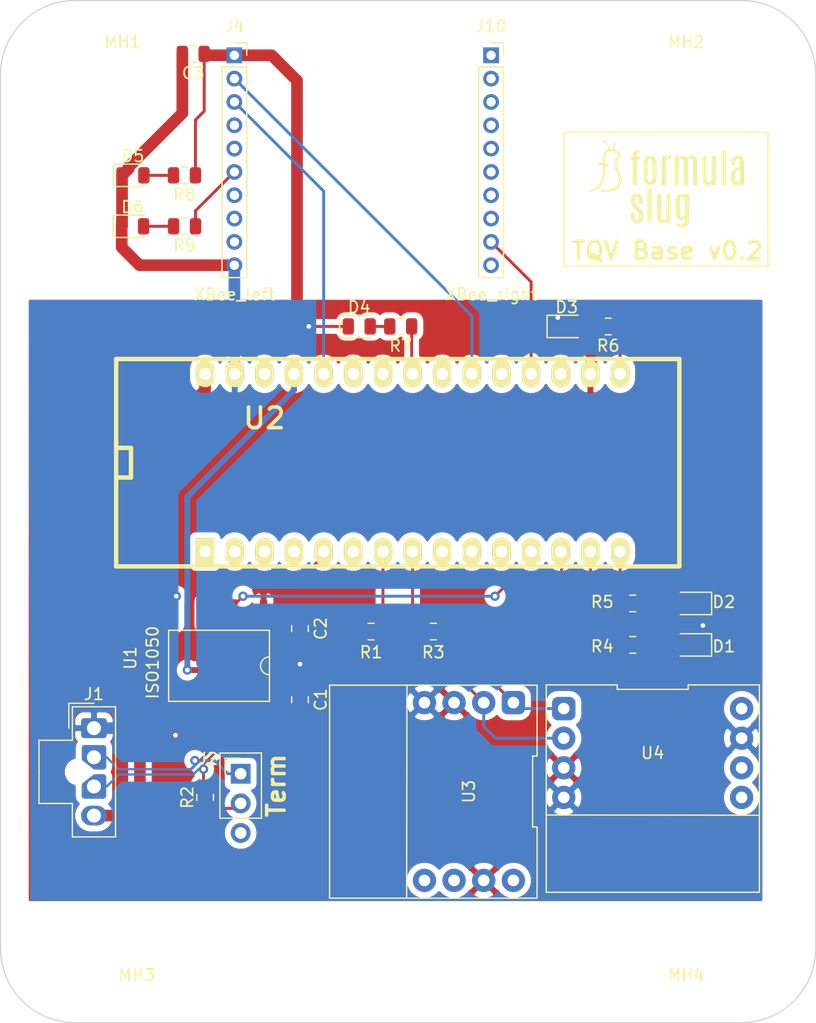
<source format=kicad_pcb>
(kicad_pcb (version 20171130) (host pcbnew "(5.1.2-1)-1")
  (layers (0 F.Cu signal) (31 B.Cu signal) (34 B.Paste user) (35 F.Paste user) (36 B.SilkS user) (37 F.SilkS user) (38 B.Mask user) (39 F.Mask user) (44 Edge.Cuts user))
  (net 0 "")
  (net 1 GND)
  (net 2 +3V3)
  (net 3 "Net-(D1-Pad2)")
  (net 4 "Net-(D2-Pad2)")
  (net 5 "Net-(D3-Pad2)")
  (net 6 "Net-(D4-Pad2)")
  (net 7 "Net-(J4-Pad4)")
  (net 8 "Net-(J4-Pad3)")
  (net 9 "Net-(R4-Pad1)")
  (net 10 "Net-(R5-Pad1)")
  (net 11 "Net-(R6-Pad1)")
  (net 12 "Net-(R7-Pad1)")
  (net 13 "Net-(U1-Pad2)")
  (net 14 "Net-(U1-Pad3)")
  (net 15 "Net-(D5-Pad2)")
  (net 16 "Net-(D6-Pad2)")
  (net 17 "Net-(J4-Pad2)")
  (net 18 "Net-(J10-Pad2)")
  (net 19 "Net-(J10-Pad4)")
  (net 20 "Net-(J10-Pad6)")
  (net 21 "Net-(J10-Pad8)")
  (net 22 "Net-(J10-Pad10)")
  (net 23 "Net-(J10-Pad1)")
  (net 24 "Net-(J10-Pad3)")
  (net 25 "Net-(J10-Pad5)")
  (net 26 "Net-(J10-Pad7)")
  (net 27 "Net-(J10-Pad9)")
  (net 28 "Net-(J4-Pad6)")
  (net 29 "Net-(J4-Pad5)")
  (net 30 "Net-(J4-Pad7)")
  (net 31 "Net-(J4-Pad9)")
  (net 32 "Net-(J4-Pad8)")
  (net 33 "Net-(C1-Pad1)")
  (net 34 "Net-(J2-Pad2)")
  (net 35 "Net-(U2-Pad20)")
  (net 36 "Net-(J2-Pad3)")
  (net 37 /CAN_N)
  (net 38 /CAN_P)
  (net 39 "Net-(J1-Pad4)")
  (net 40 "Net-(R1-Pad1)")
  (net 41 "Net-(R3-Pad1)")
  (module FSFootprints:Molex_Nano-Fit_1x04_P2.50mm_Vertical_Custom_Pads (layer F.Cu) (at 74.803 138.8364)
    (fp_text reference J1 (at 0 -2.92) (layer F.SilkS))
    (fp_text value CAN)
    (pad 2 thru_hole custom (at 0 2.5) (size 1.6 1.6) (drill 1.2) (layers *.Cu *.Mask) (net 37 /CAN_N) (options (clearance outline) (anchor circle)) (primitives (gr_poly (pts (xy -0.8 -0.8) (xy 0.8 -0.8) (xy 0.8 0.8) (xy 0.1 0.8) (xy -0.8 0.1)) (width 0.5))))
    (pad "" np_thru_hole circle (at -1.34 3.75) (size 1.3 1.3) (drill 1.3) (layers *.Cu *.Mask))
    (pad 4 thru_hole oval (at 0 7.5) (size 2.2 1.7) (drill 1.2) (layers *.Cu *.Mask) (net 39 "Net-(J1-Pad4)"))
    (pad 3 thru_hole custom (at 0 5 180) (size 1.6 1.6) (drill 1.2) (layers *.Cu *.Mask) (net 38 /CAN_P) (options (clearance outline) (anchor circle)) (primitives (gr_poly (pts (xy 0.8 -0.8) (xy -0.8 -0.8) (xy -0.8 0.8) (xy -0.1 0.8) (xy 0.8 0.1)) (width 0.5))))
    (pad 1 thru_hole roundrect (at 0 0) (size 2.2 1.7) (drill 1.2) (layers *.Cu *.Mask) (roundrect_rratio 0.147059) (net 1 GND))
  )
  (module Capacitor_SMD:C_0805_2012Metric (layer F.Cu) (at 83.312 81.026 180)
    (fp_text reference C3 (at 0 -1.65) (layer F.SilkS))
    (fp_text value 10uF)
    (pad 2 smd roundrect (at 0.9375 0 180) (size 0.975 1.4) (layers F.Cu F.Paste F.Mask) (net 1 GND))
    (pad 1 smd roundrect (at -0.9375 0 180) (size 0.975 1.4) (layers F.Cu F.Paste F.Mask) (net 2 +3V3))
  )
  (module Connector_PinHeader_2.54mm:PinHeader_1x03_P2.54mm_Vertical (layer F.Cu) (at 87.376 142.748)
    (fp_text reference J2 (at -2.794 -1.27) (layer F.SilkS))
    (fp_text value Conn_01x03_Male)
    (pad 1 thru_hole rect (at 0 0) (size 1.7 1.7) (drill 1) (layers *.Cu *.Mask) (net 37 /CAN_N))
    (pad 2 thru_hole oval (at 0 2.54) (size 1.7 1.7) (drill 1) (layers *.Cu *.Mask) (net 34 "Net-(J2-Pad2)"))
    (pad 3 thru_hole oval (at 0 5.08) (size 1.7 1.7) (drill 1) (layers *.Cu *.Mask) (net 36 "Net-(J2-Pad3)"))
  )
  (module Package_SO:SOP-8_6.62x9.15mm_P2.54mm (layer F.Cu) (at 85.523739 133.493029 270)
    (fp_text reference U1 (at -0.667058 7.598478 270) (layer F.SilkS))
    (fp_text value ISO1050 (at -0.286058 5.693478 90) (layer F.SilkS))
    (pad 8 smd roundrect (at 4.525 -3.81 270) (size 2.35 0.65) (layers F.Cu F.Paste F.Mask) (net 33 "Net-(C1-Pad1)"))
    (pad 7 smd roundrect (at 4.525 -1.27 270) (size 2.35 0.65) (layers F.Cu F.Paste F.Mask) (net 38 /CAN_P))
    (pad 6 smd roundrect (at 4.525 1.27 270) (size 2.35 0.65) (layers F.Cu F.Paste F.Mask) (net 37 /CAN_N))
    (pad 5 smd roundrect (at 4.525 3.81 270) (size 2.35 0.65) (layers F.Cu F.Paste F.Mask) (net 1 GND))
    (pad 4 smd roundrect (at -4.525 3.81 270) (size 2.35 0.65) (layers F.Cu F.Paste F.Mask) (net 1 GND))
    (pad 3 smd roundrect (at -4.525 1.27 270) (size 2.35 0.65) (layers F.Cu F.Paste F.Mask) (net 14 "Net-(U1-Pad3)"))
    (pad 2 smd roundrect (at -4.525 -1.27 270) (size 2.35 0.65) (layers F.Cu F.Paste F.Mask) (net 13 "Net-(U1-Pad2)"))
    (pad 1 smd roundrect (at -4.525 -3.81 270) (size 2.35 0.65) (layers F.Cu F.Paste F.Mask) (net 2 +3V3))
  )
  (module FSFootprints:Sparkfun_MPU-9250 (layer F.Cu) (at 122.682 140.97 270)
    (fp_text reference U4 (at 0 0 180) (layer F.SilkS))
    (fp_text value SparkFun_MPU9250)
    (pad 4 thru_hole circle (at 3.81 7.62 270) (size 2 2) (drill 1) (layers *.Cu *.Mask) (net 1 GND))
    (pad 5 thru_hole circle (at 3.81 -7.62 270) (size 2 2) (drill 1) (layers *.Cu *.Mask))
    (pad 3 thru_hole circle (at 1.27 7.62 270) (size 2 2) (drill 1) (layers *.Cu *.Mask) (net 2 +3V3))
    (pad 6 thru_hole circle (at 1.27 -7.62 270) (size 2 2) (drill 1) (layers *.Cu *.Mask))
    (pad 2 thru_hole circle (at -1.27 7.62 270) (size 2 2) (drill 1) (layers *.Cu *.Mask) (net 40 "Net-(R1-Pad1)"))
    (pad 7 thru_hole circle (at -1.27 -7.62 270) (size 2 2) (drill 1) (layers *.Cu *.Mask) (net 1 GND))
    (pad 1 thru_hole roundrect (at -3.81 7.62 270) (size 2 2) (drill 1) (layers *.Cu *.Mask) (net 41 "Net-(R3-Pad1)"))
    (pad 8 thru_hole circle (at -3.81 -7.62 270) (size 2 2) (drill 1) (layers *.Cu *.Mask))
  )
  (module FSFootprints:Sparkfun_MPU-9250 (layer F.Cu) (at 106.934 144.272 180)
    (fp_text reference U3 (at 0 0 270) (layer F.SilkS))
    (fp_text value SparkFun_MPU9250)
    (pad 4 thru_hole circle (at 3.81 7.62 180) (size 2 2) (drill 1) (layers *.Cu *.Mask) (net 1 GND))
    (pad 5 thru_hole circle (at 3.81 -7.62 180) (size 2 2) (drill 1) (layers *.Cu *.Mask))
    (pad 3 thru_hole circle (at 1.27 7.62 180) (size 2 2) (drill 1) (layers *.Cu *.Mask) (net 2 +3V3))
    (pad 6 thru_hole circle (at 1.27 -7.62 180) (size 2 2) (drill 1) (layers *.Cu *.Mask))
    (pad 2 thru_hole circle (at -1.27 7.62 180) (size 2 2) (drill 1) (layers *.Cu *.Mask) (net 40 "Net-(R1-Pad1)"))
    (pad 7 thru_hole circle (at -1.27 -7.62 180) (size 2 2) (drill 1) (layers *.Cu *.Mask) (net 2 +3V3))
    (pad 1 thru_hole roundrect (at -3.81 7.62 180) (size 2 2) (drill 1) (layers *.Cu *.Mask) (net 41 "Net-(R3-Pad1)"))
    (pad 8 thru_hole circle (at -3.81 -7.62 180) (size 2 2) (drill 1) (layers *.Cu *.Mask))
  )
  (module MountingHole:MountingHole_3.2mm_M3 (layer F.Cu) (at 73.152 82.804 90)
    (fp_text reference MH1 (at 2.794 4.085095 180) (layer F.SilkS))
    (fp_text value MH1)
    (pad 1 np_thru_hole circle (at 0 0 90) (size 3.2 3.2) (drill 3.2) (layers *.Cu *.Mask))
  )
  (module MountingHole:MountingHole_3.2mm_M3 (layer F.Cu) (at 130.302 82.804 90)
    (fp_text reference MH2 (at 2.794 -4.754905 180) (layer F.SilkS))
    (fp_text value MH2)
    (pad 1 np_thru_hole circle (at 0 0 90) (size 3.2 3.2) (drill 3.2) (layers *.Cu *.Mask))
  )
  (module MountingHole:MountingHole_3.2mm_M3 (layer F.Cu) (at 73.152 157.734 90)
    (fp_text reference MH3 (at -2.286 5.334 180) (layer F.SilkS))
    (fp_text value MH3)
    (pad 1 np_thru_hole circle (at 0 0 90) (size 3.2 3.2) (drill 3.2) (layers *.Cu *.Mask))
  )
  (module MountingHole:MountingHole_3.2mm_M3 (layer F.Cu) (at 130.302 157.734 90)
    (fp_text reference MH4 (at -2.286 -4.754905 180) (layer F.SilkS))
    (fp_text value MH4)
    (pad 1 np_thru_hole circle (at 0 0 90) (size 3.2 3.2) (drill 3.2) (layers *.Cu *.Mask))
  )
  (module FSFootprints:FS_Logo (layer F.Cu) (at 122.936 92.202)
    (fp_text reference G*** hide)
    (fp_text value LOGO hide)
  )
  (module FSFootprints:arduino_mini (layer F.Cu) (at 103.378 116.078)
    (fp_text reference U2 (at -13.97 -3.81) (layer F.SilkS) (effects (font (size 1.778 1.778) (thickness 0.3048))))
    (fp_text value stm_nucleo_F303K8_fstqv)
    (pad 30 thru_hole oval (at -19.05 -7.62) (size 1.5748 2.286) (drill 1) (layers *.Cu *.Mask F.SilkS) (net 39 "Net-(J1-Pad4)"))
    (pad 29 thru_hole oval (at -16.51 -7.62) (size 1.5748 2.286) (drill 1) (layers *.Cu *.Mask F.SilkS) (net 1 GND))
    (pad 28 thru_hole oval (at -13.97 -7.62) (size 1.5748 2.286) (drill 1) (layers *.Cu *.Mask F.SilkS))
    (pad 27 thru_hole oval (at -11.43 -7.62) (size 1.5748 2.286) (drill 1) (layers *.Cu *.Mask F.SilkS) (net 33 "Net-(C1-Pad1)"))
    (pad 26 thru_hole oval (at -8.89 -7.62) (size 1.5748 2.286) (drill 1) (layers *.Cu *.Mask F.SilkS) (net 8 "Net-(J4-Pad3)"))
    (pad 25 thru_hole oval (at -6.35 -7.62) (size 1.5748 2.286) (drill 1) (layers *.Cu *.Mask F.SilkS))
    (pad 24 thru_hole oval (at -3.81 -7.62) (size 1.5748 2.286) (drill 1) (layers *.Cu *.Mask F.SilkS))
    (pad 23 thru_hole oval (at -1.27 -7.62) (size 1.5748 2.286) (drill 1) (layers *.Cu *.Mask F.SilkS) (net 12 "Net-(R7-Pad1)"))
    (pad 22 thru_hole oval (at 1.27 -7.62) (size 1.5748 2.286) (drill 1) (layers *.Cu *.Mask F.SilkS))
    (pad 21 thru_hole oval (at 3.81 -7.62) (size 1.5748 2.286) (drill 1) (layers *.Cu *.Mask F.SilkS) (net 17 "Net-(J4-Pad2)"))
    (pad 20 thru_hole oval (at 6.35 -7.62) (size 1.5748 2.286) (drill 1) (layers *.Cu *.Mask F.SilkS) (net 35 "Net-(U2-Pad20)"))
    (pad 19 thru_hole oval (at 8.89 -7.62) (size 1.5748 2.286) (drill 1) (layers *.Cu *.Mask F.SilkS) (net 27 "Net-(J10-Pad9)"))
    (pad 18 thru_hole oval (at 11.43 -7.62) (size 1.5748 2.286) (drill 1) (layers *.Cu *.Mask F.SilkS))
    (pad 17 thru_hole oval (at 13.97 -7.62) (size 1.5748 2.286) (drill 1) (layers *.Cu *.Mask F.SilkS) (net 2 +3V3))
    (pad 16 thru_hole oval (at 16.51 -7.62) (size 1.5748 2.286) (drill 1) (layers *.Cu *.Mask F.SilkS) (net 11 "Net-(R6-Pad1)"))
    (pad 15 thru_hole oval (at 16.51 7.62) (size 1.5748 2.286) (drill 1) (layers *.Cu *.Mask F.SilkS) (net 10 "Net-(R5-Pad1)"))
    (pad 14 thru_hole oval (at 13.97 7.62) (size 1.5748 2.286) (drill 1) (layers *.Cu *.Mask F.SilkS) (net 9 "Net-(R4-Pad1)"))
    (pad 13 thru_hole oval (at 11.43 7.62) (size 1.5748 2.286) (drill 1) (layers *.Cu *.Mask F.SilkS) (net 13 "Net-(U1-Pad2)"))
    (pad 12 thru_hole oval (at 8.89 7.62) (size 1.5748 2.286) (drill 1) (layers *.Cu *.Mask F.SilkS))
    (pad 11 thru_hole oval (at 6.35 7.62) (size 1.5748 2.286) (drill 1) (layers *.Cu *.Mask F.SilkS))
    (pad 10 thru_hole oval (at 3.81 7.62) (size 1.5748 2.286) (drill 1) (layers *.Cu *.Mask F.SilkS))
    (pad 9 thru_hole oval (at 1.27 7.62) (size 1.5748 2.286) (drill 1) (layers *.Cu *.Mask F.SilkS))
    (pad 8 thru_hole oval (at -1.27 7.62) (size 1.5748 2.286) (drill 1) (layers *.Cu *.Mask F.SilkS) (net 41 "Net-(R3-Pad1)"))
    (pad 7 thru_hole oval (at -3.81 7.62) (size 1.5748 2.286) (drill 1) (layers *.Cu *.Mask F.SilkS) (net 40 "Net-(R1-Pad1)"))
    (pad 6 thru_hole oval (at -6.35 7.62) (size 1.5748 2.286) (drill 1) (layers *.Cu *.Mask F.SilkS))
    (pad 5 thru_hole oval (at -8.89 7.62) (size 1.5748 2.286) (drill 1) (layers *.Cu *.Mask F.SilkS) (net 14 "Net-(U1-Pad3)"))
    (pad 4 thru_hole oval (at -11.43 7.62) (size 1.5748 2.286) (drill 1) (layers *.Cu *.Mask F.SilkS))
    (pad 3 thru_hole oval (at -13.97 7.62) (size 1.5748 2.286) (drill 1) (layers *.Cu *.Mask F.SilkS))
    (pad 2 thru_hole oval (at -16.51 7.62) (size 1.5748 2.286) (drill 1) (layers *.Cu *.Mask F.SilkS))
    (pad 1 thru_hole rect (at -19.05 7.62) (size 1.5748 2.286) (drill 1) (layers *.Cu *.Mask F.SilkS))
  )
  (module Capacitor_SMD:C_0805_2012Metric (layer F.Cu) (at 92.456 136.398 90)
    (fp_text reference C1 (at 0 1.778 270) (layer F.SilkS))
    (fp_text value 1uF)
    (pad 2 smd roundrect (at 0.9375 0 90) (size 0.975 1.4) (layers F.Cu F.Paste F.Mask) (net 1 GND))
    (pad 1 smd roundrect (at -0.9375 0 90) (size 0.975 1.4) (layers F.Cu F.Paste F.Mask) (net 33 "Net-(C1-Pad1)"))
  )
  (module Capacitor_SMD:C_0805_2012Metric (layer F.Cu) (at 92.456 130.302 90)
    (fp_text reference C2 (at 0 1.778 270) (layer F.SilkS))
    (fp_text value 1uF)
    (pad 2 smd roundrect (at 0.9375 0 90) (size 0.975 1.4) (layers F.Cu F.Paste F.Mask) (net 2 +3V3))
    (pad 1 smd roundrect (at -0.9375 0 90) (size 0.975 1.4) (layers F.Cu F.Paste F.Mask) (net 1 GND))
  )
  (module LED_SMD:LED_0805_2012Metric (layer F.Cu) (at 126.049793 131.700183 180)
    (fp_text reference D1 (at -2.728207 -0.125817) (layer F.SilkS))
    (fp_text value LED)
    (pad 2 smd roundrect (at 0.9375 0 180) (size 0.975 1.4) (layers F.Cu F.Paste F.Mask) (net 3 "Net-(D1-Pad2)"))
    (pad 1 smd roundrect (at -0.9375 0 180) (size 0.975 1.4) (layers F.Cu F.Paste F.Mask) (net 1 GND))
  )
  (module LED_SMD:LED_0805_2012Metric (layer F.Cu) (at 126.049793 128.144183 180)
    (fp_text reference D2 (at -2.728207 0.128183) (layer F.SilkS))
    (fp_text value LED)
    (pad 1 smd roundrect (at -0.9375 0 180) (size 0.975 1.4) (layers F.Cu F.Paste F.Mask) (net 1 GND))
    (pad 2 smd roundrect (at 0.9375 0 180) (size 0.975 1.4) (layers F.Cu F.Paste F.Mask) (net 4 "Net-(D2-Pad2)"))
  )
  (module LED_SMD:LED_0805_2012Metric (layer F.Cu) (at 115.316 104.394)
    (fp_text reference D3 (at 0 -1.65 180) (layer F.SilkS))
    (fp_text value LED)
    (pad 2 smd roundrect (at 0.9375 0) (size 0.975 1.4) (layers F.Cu F.Paste F.Mask) (net 5 "Net-(D3-Pad2)"))
    (pad 1 smd roundrect (at -0.9375 0) (size 0.975 1.4) (layers F.Cu F.Paste F.Mask) (net 1 GND))
  )
  (module LED_SMD:LED_0805_2012Metric (layer F.Cu) (at 97.536 104.394)
    (fp_text reference D4 (at 0 -1.65 180) (layer F.SilkS))
    (fp_text value LED)
    (pad 2 smd roundrect (at 0.9375 0) (size 0.975 1.4) (layers F.Cu F.Paste F.Mask) (net 6 "Net-(D4-Pad2)"))
    (pad 1 smd roundrect (at -0.9375 0) (size 0.975 1.4) (layers F.Cu F.Paste F.Mask) (net 1 GND))
  )
  (module Resistor_SMD:R_0805_2012Metric (layer F.Cu) (at 98.552 130.556 180)
    (fp_text reference R1 (at 0 -1.778 180) (layer F.SilkS))
    (fp_text value 2k)
    (pad 2 smd roundrect (at 0.9375 0 180) (size 0.975 1.4) (layers F.Cu F.Paste F.Mask) (net 2 +3V3))
    (pad 1 smd roundrect (at -0.9375 0 180) (size 0.975 1.4) (layers F.Cu F.Paste F.Mask) (net 40 "Net-(R1-Pad1)"))
  )
  (module Resistor_SMD:R_0805_2012Metric (layer F.Cu) (at 84.328 144.78 270)
    (fp_text reference R2 (at 0 1.524 270) (layer F.SilkS))
    (fp_text value 120)
    (pad 2 smd roundrect (at 0.9375 0 270) (size 0.975 1.4) (layers F.Cu F.Paste F.Mask) (net 34 "Net-(J2-Pad2)"))
    (pad 1 smd roundrect (at -0.9375 0 270) (size 0.975 1.4) (layers F.Cu F.Paste F.Mask) (net 38 /CAN_P))
  )
  (module Resistor_SMD:R_0805_2012Metric (layer F.Cu) (at 103.886 130.556)
    (fp_text reference R3 (at 0 1.778 180) (layer F.SilkS))
    (fp_text value 2k)
    (pad 1 smd roundrect (at -0.9375 0) (size 0.975 1.4) (layers F.Cu F.Paste F.Mask) (net 41 "Net-(R3-Pad1)"))
    (pad 2 smd roundrect (at 0.9375 0) (size 0.975 1.4) (layers F.Cu F.Paste F.Mask) (net 2 +3V3))
  )
  (module Resistor_SMD:R_0805_2012Metric (layer F.Cu) (at 120.969793 131.700183)
    (fp_text reference R4 (at -2.605793 0.125817 180) (layer F.SilkS))
    (fp_text value 120)
    (pad 2 smd roundrect (at 0.9375 0) (size 0.975 1.4) (layers F.Cu F.Paste F.Mask) (net 3 "Net-(D1-Pad2)"))
    (pad 1 smd roundrect (at -0.9375 0) (size 0.975 1.4) (layers F.Cu F.Paste F.Mask) (net 9 "Net-(R4-Pad1)"))
  )
  (module Resistor_SMD:R_0805_2012Metric (layer F.Cu) (at 120.969793 128.144183)
    (fp_text reference R5 (at -2.605793 -0.128183 180) (layer F.SilkS))
    (fp_text value 120)
    (pad 1 smd roundrect (at -0.9375 0) (size 0.975 1.4) (layers F.Cu F.Paste F.Mask) (net 10 "Net-(R5-Pad1)"))
    (pad 2 smd roundrect (at 0.9375 0) (size 0.975 1.4) (layers F.Cu F.Paste F.Mask) (net 4 "Net-(D2-Pad2)"))
  )
  (module Resistor_SMD:R_0805_2012Metric (layer F.Cu) (at 118.872 104.398 180)
    (fp_text reference R6 (at 0 -1.65) (layer F.SilkS))
    (fp_text value 120)
    (pad 2 smd roundrect (at 0.9375 0 180) (size 0.975 1.4) (layers F.Cu F.Paste F.Mask) (net 5 "Net-(D3-Pad2)"))
    (pad 1 smd roundrect (at -0.9375 0 180) (size 0.975 1.4) (layers F.Cu F.Paste F.Mask) (net 11 "Net-(R6-Pad1)"))
  )
  (module Resistor_SMD:R_0805_2012Metric (layer F.Cu) (at 101.092 104.394 180)
    (fp_text reference R7 (at 0 -1.65) (layer F.SilkS))
    (fp_text value 120)
    (pad 2 smd roundrect (at 0.9375 0 180) (size 0.975 1.4) (layers F.Cu F.Paste F.Mask) (net 6 "Net-(D4-Pad2)"))
    (pad 1 smd roundrect (at -0.9375 0 180) (size 0.975 1.4) (layers F.Cu F.Paste F.Mask) (net 12 "Net-(R7-Pad1)"))
  )
  (module Resistor_SMD:R_0805_2012Metric (layer F.Cu) (at 82.561812 91.438677 180)
    (fp_text reference R8 (at 0 -1.65 180) (layer F.SilkS))
    (fp_text value 1k)
    (pad 2 smd roundrect (at 0.9375 0 180) (size 0.975 1.4) (layers F.Cu F.Paste F.Mask) (net 15 "Net-(D5-Pad2)"))
    (pad 1 smd roundrect (at -0.9375 0 180) (size 0.975 1.4) (layers F.Cu F.Paste F.Mask) (net 2 +3V3))
  )
  (module Resistor_SMD:R_0805_2012Metric (layer F.Cu) (at 82.566412 95.807477 180)
    (fp_text reference R9 (at 0 -1.65 180) (layer F.SilkS))
    (fp_text value 1k)
    (pad 2 smd roundrect (at 0.9375 0 180) (size 0.975 1.4) (layers F.Cu F.Paste F.Mask) (net 16 "Net-(D6-Pad2)"))
    (pad 1 smd roundrect (at -0.9375 0 180) (size 0.975 1.4) (layers F.Cu F.Paste F.Mask) (net 28 "Net-(J4-Pad6)"))
  )
  (module LED_SMD:LED_0805_2012Metric (layer F.Cu) (at 78.146812 91.438677)
    (fp_text reference D5 (at 0 -1.65) (layer F.SilkS))
    (fp_text value LED)
    (pad 2 smd roundrect (at 0.9375 0) (size 0.975 1.4) (layers F.Cu F.Paste F.Mask) (net 15 "Net-(D5-Pad2)"))
    (pad 1 smd roundrect (at -0.9375 0) (size 0.975 1.4) (layers F.Cu F.Paste F.Mask) (net 1 GND))
  )
  (module LED_SMD:LED_0805_2012Metric (layer F.Cu) (at 78.121412 95.807477)
    (fp_text reference D6 (at 0 -1.65) (layer F.SilkS))
    (fp_text value LED)
    (pad 2 smd roundrect (at 0.9375 0) (size 0.975 1.4) (layers F.Cu F.Paste F.Mask) (net 16 "Net-(D6-Pad2)"))
    (pad 1 smd roundrect (at -0.9375 0) (size 0.975 1.4) (layers F.Cu F.Paste F.Mask) (net 1 GND))
  )
  (module Connector_PinSocket_2.00mm:PinSocket_1x10_P2.00mm_Vertical (layer F.Cu) (at 86.837528 81.145596)
    (fp_text reference J4 (at 0 -2.5) (layer F.SilkS))
    (fp_text value XBee_left (at 0 20.5) (layer F.SilkS))
    (pad 10 thru_hole oval (at 0 18) (size 1.35 1.35) (drill 0.8) (layers *.Cu *.Mask) (net 1 GND))
    (pad 9 thru_hole oval (at 0 16) (size 1.35 1.35) (drill 0.8) (layers *.Cu *.Mask) (net 31 "Net-(J4-Pad9)"))
    (pad 8 thru_hole oval (at 0 14) (size 1.35 1.35) (drill 0.8) (layers *.Cu *.Mask) (net 32 "Net-(J4-Pad8)"))
    (pad 7 thru_hole oval (at 0 12) (size 1.35 1.35) (drill 0.8) (layers *.Cu *.Mask) (net 30 "Net-(J4-Pad7)"))
    (pad 6 thru_hole oval (at 0 10) (size 1.35 1.35) (drill 0.8) (layers *.Cu *.Mask) (net 28 "Net-(J4-Pad6)"))
    (pad 5 thru_hole oval (at 0 8) (size 1.35 1.35) (drill 0.8) (layers *.Cu *.Mask) (net 29 "Net-(J4-Pad5)"))
    (pad 4 thru_hole oval (at 0 6) (size 1.35 1.35) (drill 0.8) (layers *.Cu *.Mask) (net 7 "Net-(J4-Pad4)"))
    (pad 3 thru_hole oval (at 0 4) (size 1.35 1.35) (drill 0.8) (layers *.Cu *.Mask) (net 8 "Net-(J4-Pad3)"))
    (pad 2 thru_hole oval (at 0 2) (size 1.35 1.35) (drill 0.8) (layers *.Cu *.Mask) (net 17 "Net-(J4-Pad2)"))
    (pad 1 thru_hole rect (at 0 0) (size 1.35 1.35) (drill 0.8) (layers *.Cu *.Mask) (net 2 +3V3))
  )
  (module Connector_PinSocket_2.00mm:PinSocket_1x10_P2.00mm_Vertical (layer F.Cu) (at 108.834328 81.145596)
    (fp_text reference J10 (at 0 -2.5) (layer F.SilkS))
    (fp_text value XBee_right (at 0 20.5) (layer F.SilkS))
    (pad 10 thru_hole oval (at 0 18) (size 1.35 1.35) (drill 0.8) (layers *.Cu *.Mask) (net 22 "Net-(J10-Pad10)"))
    (pad 9 thru_hole oval (at 0 16) (size 1.35 1.35) (drill 0.8) (layers *.Cu *.Mask) (net 27 "Net-(J10-Pad9)"))
    (pad 8 thru_hole oval (at 0 14) (size 1.35 1.35) (drill 0.8) (layers *.Cu *.Mask) (net 21 "Net-(J10-Pad8)"))
    (pad 7 thru_hole oval (at 0 12) (size 1.35 1.35) (drill 0.8) (layers *.Cu *.Mask) (net 26 "Net-(J10-Pad7)"))
    (pad 6 thru_hole oval (at 0 10) (size 1.35 1.35) (drill 0.8) (layers *.Cu *.Mask) (net 20 "Net-(J10-Pad6)"))
    (pad 5 thru_hole oval (at 0 8) (size 1.35 1.35) (drill 0.8) (layers *.Cu *.Mask) (net 25 "Net-(J10-Pad5)"))
    (pad 4 thru_hole oval (at 0 6) (size 1.35 1.35) (drill 0.8) (layers *.Cu *.Mask) (net 19 "Net-(J10-Pad4)"))
    (pad 3 thru_hole oval (at 0 4) (size 1.35 1.35) (drill 0.8) (layers *.Cu *.Mask) (net 24 "Net-(J10-Pad3)"))
    (pad 2 thru_hole oval (at 0 2) (size 1.35 1.35) (drill 0.8) (layers *.Cu *.Mask) (net 18 "Net-(J10-Pad2)"))
    (pad 1 thru_hole rect (at 0 0) (size 1.35 1.35) (drill 0.8) (layers *.Cu *.Mask) (net 23 "Net-(J10-Pad1)"))
  )
  (gr_arc (start 73.152 82.804) (end 73.152 76.454) (angle -90) (layer Edge.Cuts) (width 0.1))
  (gr_arc (start 130.302 82.804) (end 136.652 82.804) (angle -90) (layer Edge.Cuts) (width 0.1))
  (gr_arc (start 130.302 157.734) (end 130.302 164.084) (angle -90) (layer Edge.Cuts) (width 0.1))
  (gr_arc (start 73.152 157.734) (end 66.802 157.734) (angle -90) (layer Edge.Cuts) (width 0.1))
  (gr_line (start 66.802 157.734) (end 66.802 82.804) (layer Edge.Cuts) (width 0.1))
  (gr_line (start 130.302 164.084) (end 73.152 164.084) (layer Edge.Cuts) (width 0.1))
  (gr_line (start 136.652 82.804) (end 136.652 157.734) (layer Edge.Cuts) (width 0.1))
  (gr_text Term (at 90.424 143.764 90) (layer F.SilkS) (effects (font (size 1.5 1.5) (thickness 0.3))))
  (gr_line (start 115.062 99.187) (end 115.062 87.757) (layer F.SilkS) (width 0.15))
  (gr_line (start 132.588 99.187) (end 115.062 99.187) (layer F.SilkS) (width 0.15))
  (gr_line (start 132.588 87.757) (end 132.588 99.187) (layer F.SilkS) (width 0.15))
  (gr_line (start 115.062 87.757) (end 132.588 87.757) (layer F.SilkS) (width 0.15))
  (gr_text "TQV Base v0.2\n" (at 115.57 97.917) (layer F.SilkS) (effects (font (size 1.5 1.5) (thickness 0.3)) (justify left)))
  (gr_line (start 130.302 76.454) (end 73.152 76.454) (layer Edge.Cuts) (width 0.1))
  (via (at 81.859895 127.526557) (size 0.8) (drill 0.4) (layers F.Cu B.Cu) (net 1))
  (segment (start 81.713739 129.683029) (end 81.713739 127.672713) (width 0.25) (layer F.Cu) (net 1))
  (segment (start 81.713739 127.672713) (end 81.859895 127.526557) (width 0.25) (layer F.Cu) (net 1))
  (segment (start 77.209312 95.782077) (end 77.183912 95.807477) (width 1) (layer F.Cu) (net 1))
  (segment (start 77.209312 91.438677) (end 77.209312 95.782077) (width 1) (layer F.Cu) (net 1))
  (segment (start 77.183912 95.807477) (end 77.183912 97.61998) (width 1) (layer F.Cu) (net 1))
  (segment (start 77.183912 97.61998) (end 78.709528 99.145596) (width 1) (layer F.Cu) (net 1))
  (segment (start 78.709528 99.145596) (end 86.837528 99.145596) (width 1) (layer F.Cu) (net 1))
  (segment (start 126.987293 128.144183) (end 126.987293 128.944183) (width 0.25) (layer F.Cu) (net 1))
  (via (at 81.788 139.446) (size 0.8) (drill 0.4) (layers F.Cu B.Cu) (net 1))
  (segment (start 81.713739 139.371739) (end 81.788 139.446) (width 0.25) (layer F.Cu) (net 1))
  (segment (start 81.713739 138.018029) (end 81.713739 139.371739) (width 0.25) (layer F.Cu) (net 1))
  (segment (start 74.803 138.8364) (end 76.8096 138.8364) (width 1) (layer B.Cu) (net 1))
  (via (at 92.456 133.35) (size 0.8) (drill 0.4) (layers F.Cu B.Cu) (net 1))
  (segment (start 92.456 131.2395) (end 92.456 133.35) (width 0.25) (layer F.Cu) (net 1))
  (segment (start 92.456 133.35) (end 92.456 135.4605) (width 0.25) (layer F.Cu) (net 1))
  (via (at 93.218 104.394) (size 0.8) (drill 0.4) (layers F.Cu B.Cu) (net 1))
  (segment (start 86.837528 108.427528) (end 86.868 108.458) (width 1) (layer B.Cu) (net 1))
  (segment (start 86.837528 99.145596) (end 86.837528 108.427528) (width 1) (layer B.Cu) (net 1))
  (via (at 126.987293 130.035293) (size 0.8) (drill 0.4) (layers F.Cu B.Cu) (net 1))
  (segment (start 126.987293 128.144183) (end 126.987293 130.035293) (width 0.25) (layer F.Cu) (net 1))
  (segment (start 126.987293 130.035293) (end 126.987293 131.700183) (width 0.25) (layer F.Cu) (net 1))
  (segment (start 96.5985 104.394) (end 93.218 104.394) (width 0.25) (layer F.Cu) (net 1))
  (via (at 114.554 103.632) (size 0.8) (drill 0.4) (layers F.Cu B.Cu) (net 1))
  (segment (start 114.3785 103.8075) (end 114.554 103.632) (width 0.25) (layer F.Cu) (net 1))
  (segment (start 114.3785 104.394) (end 114.3785 103.8075) (width 0.25) (layer F.Cu) (net 1))
  (segment (start 77.765549 90.88244) (end 77.209312 91.438677) (width 1) (layer F.Cu) (net 1))
  (segment (start 77.765549 90.72276) (end 77.765549 90.88244) (width 1) (layer F.Cu) (net 1))
  (segment (start 82.3745 86.113809) (end 77.765549 90.72276) (width 1) (layer F.Cu) (net 1))
  (segment (start 82.3745 81.026) (end 82.3745 86.113809) (width 1) (layer F.Cu) (net 1))
  (segment (start 117.419895 108.476557) (end 117.419895 107.083557) (width 1) (layer F.Cu) (net 2))
  (segment (start 117.419895 107.083557) (end 117.419895 106.444557) (width 1) (layer F.Cu) (net 2))
  (segment (start 89.666239 129.350529) (end 89.333739 129.683029) (width 0.25) (layer F.Cu) (net 2))
  (segment (start 89.333739 129.683029) (end 89.333739 129.937029) (width 0.25) (layer F.Cu) (net 2))
  (segment (start 89.73021 129.3645) (end 89.333739 128.968029) (width 1) (layer F.Cu) (net 2))
  (segment (start 92.456 129.3645) (end 89.73021 129.3645) (width 1) (layer F.Cu) (net 2))
  (segment (start 86.837528 81.145596) (end 88.765596 81.145596) (width 1) (layer F.Cu) (net 2))
  (segment (start 92.202 83.312) (end 92.202 102.87) (width 1) (layer F.Cu) (net 2))
  (segment (start 90.035596 81.145596) (end 92.202 83.312) (width 1) (layer F.Cu) (net 2))
  (segment (start 88.765596 81.145596) (end 90.035596 81.145596) (width 1) (layer F.Cu) (net 2))
  (segment (start 84.369096 81.145596) (end 84.2495 81.026) (width 1) (layer F.Cu) (net 2))
  (segment (start 86.837528 81.145596) (end 84.369096 81.145596) (width 1) (layer F.Cu) (net 2))
  (segment (start 84.2495 81.826) (end 84.2495 81.026) (width 0.25) (layer F.Cu) (net 2))
  (segment (start 83.499312 91.438677) (end 83.499312 86.686067) (width 0.25) (layer F.Cu) (net 2))
  (segment (start 84.2495 85.935879) (end 84.2495 81.826) (width 0.25) (layer F.Cu) (net 2))
  (segment (start 83.499312 86.686067) (end 84.2495 85.935879) (width 0.25) (layer F.Cu) (net 2))
  (segment (start 121.907293 131.700183) (end 125.112293 131.700183) (width 0.25) (layer F.Cu) (net 3))
  (segment (start 121.907293 128.144183) (end 125.112293 128.144183) (width 0.25) (layer F.Cu) (net 4))
  (segment (start 116.2575 104.398) (end 116.2535 104.394) (width 0.25) (layer F.Cu) (net 5))
  (segment (start 117.9345 104.398) (end 116.2575 104.398) (width 0.25) (layer F.Cu) (net 5))
  (segment (start 100.1545 104.394) (end 98.4735 104.394) (width 0.25) (layer F.Cu) (net 6))
  (segment (start 94.559895 108.476557) (end 94.559895 107.981557) (width 0.25) (layer F.Cu) (net 8))
  (segment (start 94.488 92.796068) (end 94.488 108.458) (width 0.25) (layer B.Cu) (net 8))
  (segment (start 86.837528 85.145596) (end 94.488 92.796068) (width 0.25) (layer B.Cu) (net 8))
  (segment (start 117.348 129.01589) (end 120.032293 131.700183) (width 0.25) (layer F.Cu) (net 9))
  (segment (start 117.348 123.698) (end 117.348 129.01589) (width 0.25) (layer F.Cu) (net 9))
  (segment (start 119.888 127.99989) (end 120.032293 128.144183) (width 0.25) (layer F.Cu) (net 10))
  (segment (start 119.888 123.698) (end 119.888 127.99989) (width 0.25) (layer F.Cu) (net 10))
  (segment (start 119.959895 108.479095) (end 119.9642 108.4834) (width 0.25) (layer F.Cu) (net 11))
  (segment (start 119.888 104.4765) (end 119.8095 104.398) (width 0.25) (layer F.Cu) (net 11))
  (segment (start 119.888 108.458) (end 119.888 104.4765) (width 0.25) (layer F.Cu) (net 11))
  (segment (start 102.0295 108.3795) (end 102.108 108.458) (width 0.25) (layer F.Cu) (net 12))
  (segment (start 102.0295 104.394) (end 102.0295 108.3795) (width 0.25) (layer F.Cu) (net 12))
  (segment (start 114.879895 124.072157) (end 114.879895 123.716557) (width 0.25) (layer F.Cu) (net 13))
  (segment (start 86.793739 129.683029) (end 86.793739 129.937029) (width 0.25) (layer F.Cu) (net 13))
  (via (at 87.574895 127.526557) (size 0.8) (drill 0.4) (layers F.Cu B.Cu) (net 13))
  (segment (start 86.793739 129.683029) (end 86.793739 128.307713) (width 0.25) (layer F.Cu) (net 13))
  (segment (start 86.793739 128.307713) (end 87.574895 127.526557) (width 0.25) (layer F.Cu) (net 13))
  (via (at 109.164895 127.526557) (size 0.8) (drill 0.4) (layers F.Cu B.Cu) (net 13))
  (segment (start 87.574895 127.526557) (end 109.164895 127.526557) (width 0.25) (layer B.Cu) (net 13))
  (segment (start 109.164895 127.526557) (end 110.434895 126.256557) (width 0.25) (layer F.Cu) (net 13))
  (segment (start 110.434895 126.256557) (end 114.244895 126.256557) (width 0.25) (layer F.Cu) (net 13))
  (segment (start 114.879895 125.621557) (end 114.879895 123.716557) (width 0.25) (layer F.Cu) (net 13))
  (segment (start 114.244895 126.256557) (end 114.879895 125.621557) (width 0.25) (layer F.Cu) (net 13))
  (segment (start 84.253739 129.683029) (end 84.253739 129.429029) (width 0.25) (layer F.Cu) (net 14))
  (segment (start 94.488 124.0536) (end 94.488 123.698) (width 0.25) (layer F.Cu) (net 14))
  (segment (start 92.3036 126.238) (end 94.488 124.0536) (width 0.25) (layer F.Cu) (net 14))
  (segment (start 86.983768 126.238) (end 92.3036 126.238) (width 0.25) (layer F.Cu) (net 14))
  (segment (start 84.253739 128.968029) (end 86.983768 126.238) (width 0.25) (layer F.Cu) (net 14))
  (segment (start 79.084312 91.438677) (end 81.624312 91.438677) (width 0.25) (layer F.Cu) (net 15))
  (segment (start 79.058912 95.807477) (end 81.628912 95.807477) (width 0.25) (layer F.Cu) (net 16))
  (segment (start 107.005895 108.222557) (end 107.259895 108.476557) (width 0.25) (layer F.Cu) (net 17))
  (segment (start 107.188 103.496068) (end 107.188 108.458) (width 0.25) (layer B.Cu) (net 17))
  (segment (start 86.837528 83.145596) (end 107.188 103.496068) (width 0.25) (layer B.Cu) (net 17))
  (segment (start 112.339895 107.301556) (end 112.339895 108.476557) (width 0.25) (layer B.Cu) (net 27))
  (segment (start 112.268 100.579268) (end 112.268 108.458) (width 0.25) (layer F.Cu) (net 27))
  (segment (start 108.834328 97.145596) (end 112.268 100.579268) (width 0.25) (layer F.Cu) (net 27))
  (segment (start 83.503912 94.479212) (end 86.837528 91.145596) (width 0.25) (layer F.Cu) (net 28))
  (segment (start 83.503912 95.807477) (end 83.503912 94.479212) (width 0.25) (layer F.Cu) (net 28))
  (segment (start 89.333739 137.303029) (end 89.333739 137.049029) (width 0.25) (layer F.Cu) (net 33))
  (segment (start 89.666239 137.635529) (end 89.333739 137.303029) (width 0.25) (layer F.Cu) (net 33))
  (segment (start 91.948 109.851) (end 82.804 118.995) (width 0.5) (layer B.Cu) (net 33))
  (segment (start 82.804 133.858) (end 85.17371 133.858) (width 0.5) (layer F.Cu) (net 33))
  (segment (start 85.17371 133.858) (end 89.333739 138.018029) (width 0.5) (layer F.Cu) (net 33))
  (segment (start 82.804 118.995) (end 82.804 133.858) (width 0.5) (layer B.Cu) (net 33))
  (via (at 82.804 133.858) (size 0.8) (drill 0.4) (layers F.Cu B.Cu) (net 33))
  (segment (start 91.948 108.458) (end 91.948 109.851) (width 0.5) (layer B.Cu) (net 33))
  (segment (start 90.016268 137.3355) (end 89.333739 138.018029) (width 0.25) (layer F.Cu) (net 33))
  (segment (start 92.456 137.3355) (end 90.016268 137.3355) (width 0.25) (layer F.Cu) (net 33))
  (segment (start 86.9465 145.7175) (end 87.376 145.288) (width 0.25) (layer F.Cu) (net 34))
  (segment (start 84.328 145.7175) (end 86.9465 145.7175) (width 0.25) (layer F.Cu) (net 34))
  (segment (start 109.799895 108.120957) (end 109.799895 108.476557) (width 0.25) (layer F.Cu) (net 35))
  (segment (start 84.253739 137.557029) (end 84.253739 137.303029) (width 0.25) (layer F.Cu) (net 37))
  (segment (start 83.126401 142.3614) (end 83.448768 142.039033) (width 0.2) (layer B.Cu) (net 37))
  (segment (start 76.928 142.3614) (end 83.126401 142.3614) (width 0.2) (layer B.Cu) (net 37))
  (segment (start 75.903 141.3364) (end 76.928 142.3614) (width 0.2) (layer B.Cu) (net 37))
  (segment (start 83.448768 142.039033) (end 83.448768 141.614768) (width 0.2) (layer B.Cu) (net 37))
  (segment (start 74.803 141.3364) (end 75.903 141.3364) (width 0.2) (layer B.Cu) (net 37))
  (via (at 83.448768 141.614768) (size 0.8) (drill 0.4) (layers F.Cu B.Cu) (net 37))
  (segment (start 85.298739 140.189062) (end 85.298739 139.063029) (width 0.2) (layer F.Cu) (net 37))
  (segment (start 85.298739 139.063029) (end 84.253739 138.018029) (width 0.2) (layer F.Cu) (net 37))
  (segment (start 83.873033 141.614768) (end 85.298739 140.189062) (width 0.2) (layer F.Cu) (net 37))
  (segment (start 83.448768 141.614768) (end 83.873033 141.614768) (width 0.2) (layer F.Cu) (net 37))
  (segment (start 85.160231 141.632231) (end 83.85557 141.632231) (width 0.25) (layer B.Cu) (net 37))
  (segment (start 86.276 142.748) (end 85.160231 141.632231) (width 0.25) (layer B.Cu) (net 37))
  (segment (start 83.85557 141.632231) (end 83.126401 142.3614) (width 0.25) (layer B.Cu) (net 37))
  (segment (start 87.376 142.748) (end 86.276 142.748) (width 0.25) (layer B.Cu) (net 37))
  (segment (start 83.766967 142.357232) (end 84.191232 142.357232) (width 0.2) (layer B.Cu) (net 38))
  (segment (start 75.903 143.8364) (end 76.928 142.8114) (width 0.2) (layer B.Cu) (net 38))
  (segment (start 83.312799 142.8114) (end 83.766967 142.357232) (width 0.2) (layer B.Cu) (net 38))
  (via (at 84.191232 142.357232) (size 0.8) (drill 0.4) (layers F.Cu B.Cu) (net 38))
  (segment (start 76.928 142.8114) (end 83.312799 142.8114) (width 0.2) (layer B.Cu) (net 38))
  (segment (start 74.803 143.8364) (end 75.903 143.8364) (width 0.2) (layer B.Cu) (net 38))
  (segment (start 85.748739 140.37546) (end 85.748739 139.063029) (width 0.2) (layer F.Cu) (net 38))
  (segment (start 85.748739 139.063029) (end 86.793739 138.018029) (width 0.2) (layer F.Cu) (net 38))
  (segment (start 84.191232 141.932967) (end 85.748739 140.37546) (width 0.2) (layer F.Cu) (net 38))
  (segment (start 84.191232 142.357232) (end 84.191232 141.932967) (width 0.2) (layer F.Cu) (net 38))
  (segment (start 84.191232 143.705732) (end 84.328 143.8425) (width 0.25) (layer F.Cu) (net 38))
  (segment (start 84.191232 142.357232) (end 84.191232 143.705732) (width 0.25) (layer F.Cu) (net 38))
  (segment (start 74.803 146.3364) (end 75.053 146.3364) (width 1) (layer F.Cu) (net 39))
  (segment (start 84.328 109.851) (end 84.328 108.458) (width 1) (layer F.Cu) (net 39))
  (segment (start 78.74 115.439) (end 84.328 109.851) (width 1) (layer F.Cu) (net 39))
  (segment (start 76.903 146.3364) (end 78.74 144.4994) (width 1) (layer F.Cu) (net 39))
  (segment (start 78.74 144.4994) (end 78.74 115.439) (width 1) (layer F.Cu) (net 39))
  (segment (start 74.803 146.3364) (end 76.903 146.3364) (width 1) (layer F.Cu) (net 39))
  (segment (start 109.22 139.7) (end 108.204 138.684) (width 0.25) (layer B.Cu) (net 40))
  (segment (start 115.062 139.7) (end 109.22 139.7) (width 0.25) (layer B.Cu) (net 40))
  (segment (start 108.204 138.684) (end 108.204 136.652) (width 0.25) (layer B.Cu) (net 40))
  (segment (start 99.568 130.4775) (end 99.4895 130.556) (width 0.25) (layer F.Cu) (net 40))
  (segment (start 99.568 123.698) (end 99.568 130.4775) (width 0.25) (layer F.Cu) (net 40))
  (segment (start 99.4895 130.556) (end 103.0455 134.112) (width 0.25) (layer F.Cu) (net 40))
  (segment (start 105.664 134.112) (end 108.204 136.652) (width 0.25) (layer F.Cu) (net 40))
  (segment (start 103.0455 134.112) (end 105.664 134.112) (width 0.25) (layer F.Cu) (net 40))
  (segment (start 102.559895 124.096557) (end 102.179895 123.716557) (width 0.25) (layer F.Cu) (net 41))
  (segment (start 111.252 137.16) (end 110.744 136.652) (width 0.25) (layer B.Cu) (net 41))
  (segment (start 115.062 137.16) (end 111.252 137.16) (width 0.25) (layer B.Cu) (net 41))
  (segment (start 102.108 129.7155) (end 102.9485 130.556) (width 0.25) (layer F.Cu) (net 41))
  (segment (start 102.108 123.698) (end 102.108 129.7155) (width 0.25) (layer F.Cu) (net 41))
  (segment (start 109.819737 135.727737) (end 110.744 136.652) (width 0.25) (layer F.Cu) (net 41))
  (segment (start 102.9485 130.556) (end 103.97351 131.58101) (width 0.25) (layer F.Cu) (net 41))
  (segment (start 106.68 132.588) (end 110.826727 136.734727) (width 0.25) (layer F.Cu) (net 41))
  (segment (start 104.9805 132.588) (end 103.97351 131.58101) (width 0.25) (layer F.Cu) (net 41))
  (segment (start 106.68 132.588) (end 104.9805 132.588) (width 0.25) (layer F.Cu) (net 41))
  (zone (net 2) (net_name +3V3) (layer F.Cu) (connect_pads (clearance 0.508)) (min_thickness 0.254) (fill yes (arc_segments 16) (thermal_gap 0.508) (thermal_bridge_width 0.508))
    (polygon (pts (xy 132.08 153.67) (xy 132.08 102.108) (xy 69.215 102.108) (xy 69.215 153.67)))
  )
  (zone (net 1) (net_name GND) (layer B.Cu) (connect_pads (clearance 0.508)) (min_thickness 0.254) (fill yes (arc_segments 16) (thermal_gap 0.508) (thermal_bridge_width 0.508))
    (polygon (pts (xy 69.342 153.67) (xy 132.08 153.67) (xy 132.08 102.108) (xy 69.215 102.108)))
  )
)
</source>
